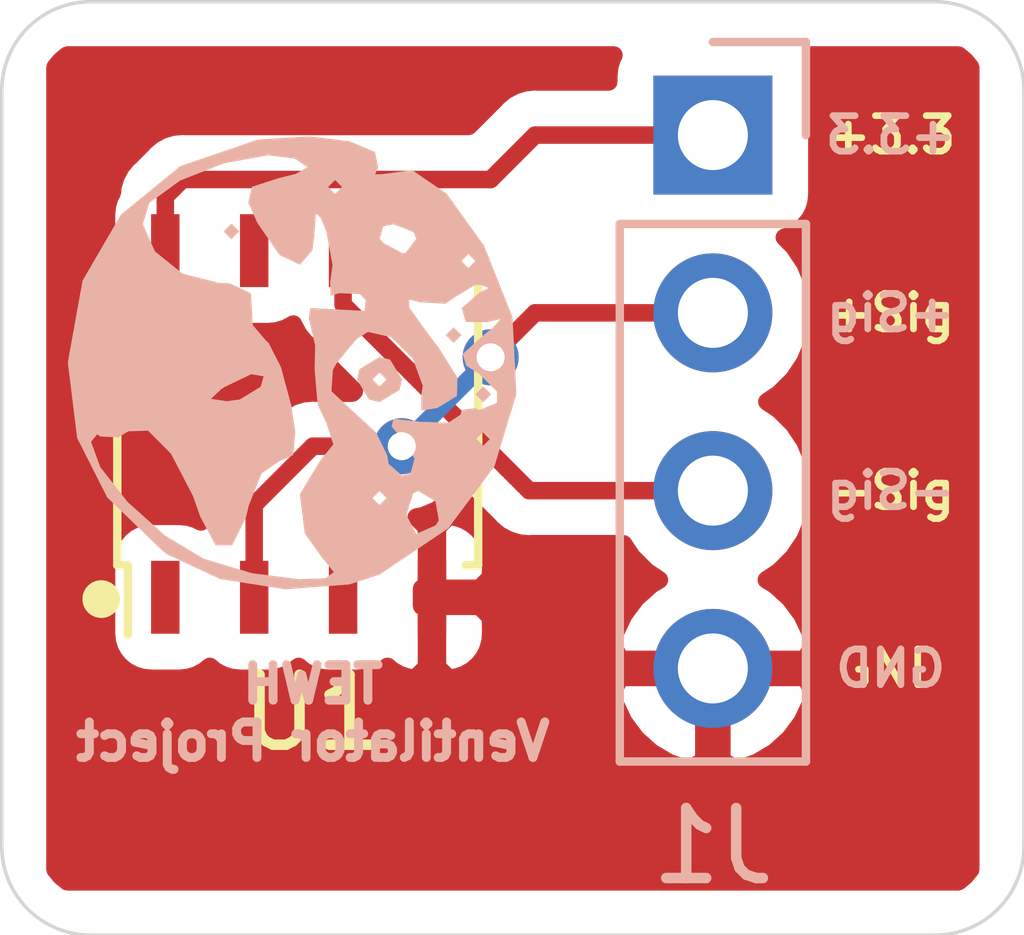
<source format=kicad_pcb>
(kicad_pcb (version 20171130) (host pcbnew "(5.1.5)-3")

  (general
    (thickness 1.6)
    (drawings 17)
    (tracks 17)
    (zones 0)
    (modules 3)
    (nets 9)
  )

  (page A4)
  (layers
    (0 F.Cu signal)
    (31 B.Cu signal)
    (32 B.Adhes user)
    (33 F.Adhes user)
    (34 B.Paste user)
    (35 F.Paste user)
    (36 B.SilkS user)
    (37 F.SilkS user)
    (38 B.Mask user)
    (39 F.Mask user)
    (40 Dwgs.User user)
    (41 Cmts.User user)
    (42 Eco1.User user)
    (43 Eco2.User user)
    (44 Edge.Cuts user)
    (45 Margin user)
    (46 B.CrtYd user hide)
    (47 F.CrtYd user hide)
    (48 B.Fab user hide)
    (49 F.Fab user hide)
  )

  (setup
    (last_trace_width 0.25)
    (trace_clearance 0.2)
    (zone_clearance 0.508)
    (zone_45_only no)
    (trace_min 0.2)
    (via_size 0.8)
    (via_drill 0.4)
    (via_min_size 0.4)
    (via_min_drill 0.3)
    (uvia_size 0.3)
    (uvia_drill 0.1)
    (uvias_allowed no)
    (uvia_min_size 0.2)
    (uvia_min_drill 0.1)
    (edge_width 0.05)
    (segment_width 0.2)
    (pcb_text_width 0.3)
    (pcb_text_size 1.5 1.5)
    (mod_edge_width 0.12)
    (mod_text_size 1 1)
    (mod_text_width 0.15)
    (pad_size 1.524 1.524)
    (pad_drill 0.762)
    (pad_to_mask_clearance 0.051)
    (solder_mask_min_width 0.25)
    (aux_axis_origin 0 0)
    (visible_elements 7FFFFFFF)
    (pcbplotparams
      (layerselection 0x010fc_ffffffff)
      (usegerberextensions false)
      (usegerberattributes false)
      (usegerberadvancedattributes false)
      (creategerberjobfile false)
      (excludeedgelayer true)
      (linewidth 0.100000)
      (plotframeref false)
      (viasonmask false)
      (mode 1)
      (useauxorigin false)
      (hpglpennumber 1)
      (hpglpenspeed 20)
      (hpglpendiameter 15.000000)
      (psnegative false)
      (psa4output false)
      (plotreference true)
      (plotvalue true)
      (plotinvisibletext false)
      (padsonsilk false)
      (subtractmaskfromsilk false)
      (outputformat 1)
      (mirror false)
      (drillshape 0)
      (scaleselection 1)
      (outputdirectory ""))
  )

  (net 0 "")
  (net 1 GND)
  (net 2 /-Sig)
  (net 3 /+Sig)
  (net 4 +3V3)
  (net 5 "Net-(U1-Pad3)")
  (net 6 "Net-(U1-Pad1)")
  (net 7 "Net-(U1-Pad7)")
  (net 8 "Net-(U1-Pad5)")

  (net_class Default "This is the default net class."
    (clearance 0.2)
    (trace_width 0.25)
    (via_dia 0.8)
    (via_drill 0.4)
    (uvia_dia 0.3)
    (uvia_drill 0.1)
    (add_net +3V3)
    (add_net /+Sig)
    (add_net /-Sig)
    (add_net GND)
    (add_net "Net-(U1-Pad1)")
    (add_net "Net-(U1-Pad3)")
    (add_net "Net-(U1-Pad5)")
    (add_net "Net-(U1-Pad7)")
  )

  (module Footprints:TEWH_small (layer B.Cu) (tedit 0) (tstamp 5EF3F552)
    (at 155.575 91.44 180)
    (fp_text reference G*** (at 0 0) (layer B.SilkS) hide
      (effects (font (size 1.524 1.524) (thickness 0.3)) (justify mirror))
    )
    (fp_text value LOGO (at 0.75 0) (layer B.SilkS) hide
      (effects (font (size 1.524 1.524) (thickness 0.3)) (justify mirror))
    )
    (fp_poly (pts (xy -1.905 0.3175) (xy -2.010834 0.211667) (xy -2.116667 0.3175) (xy -2.010834 0.423334)
      (xy -1.905 0.3175)) (layer B.SilkS) (width 0.01))
    (fp_poly (pts (xy -0.671879 -0.169432) (xy -0.635 -0.3175) (xy -0.804433 -0.598121) (xy -0.9525 -0.635)
      (xy -1.233122 -0.465567) (xy -1.27 -0.3175) (xy -1.058334 -0.3175) (xy -0.9525 -0.423333)
      (xy -0.846667 -0.3175) (xy -0.9525 -0.211666) (xy -1.058334 -0.3175) (xy -1.27 -0.3175)
      (xy -1.100568 -0.036878) (xy -0.9525 0) (xy -0.671879 -0.169432)) (layer B.SilkS) (width 0.01))
    (fp_poly (pts (xy -2.328334 -0.529166) (xy -2.434167 -0.635) (xy -2.54 -0.529166) (xy -2.434167 -0.423333)
      (xy -2.328334 -0.529166)) (layer B.SilkS) (width 0.01))
    (fp_poly (pts (xy 1.27 1.799167) (xy 1.164166 1.693334) (xy 1.058333 1.799167) (xy 1.164166 1.905)
      (xy 1.27 1.799167)) (layer B.SilkS) (width 0.01))
    (fp_poly (pts (xy 0.743576 3.109297) (xy 0.800277 3.100523) (xy 1.890337 2.728522) (xy 2.735339 2.040027)
      (xy 3.285765 1.094014) (xy 3.492099 -0.050546) (xy 3.4925 -0.105833) (xy 3.362809 -1.151631)
      (xy 2.934206 -1.998544) (xy 2.147393 -2.759882) (xy 2.074851 -2.814779) (xy 1.326073 -3.162198)
      (xy 0.393704 -3.310103) (xy -0.523059 -3.239764) (xy -0.9525 -3.099401) (xy -1.931503 -2.43906)
      (xy -2.012237 -2.330725) (xy -1.805124 -2.330725) (xy -1.758135 -2.404643) (xy -1.475262 -2.529352)
      (xy -1.342181 -2.274279) (xy -1.340556 -2.2225) (xy -1.407233 -2.010833) (xy -1.058334 -2.010833)
      (xy -0.9525 -2.116666) (xy -0.846667 -2.010833) (xy -0.9525 -1.905) (xy -1.058334 -2.010833)
      (xy -1.407233 -2.010833) (xy -1.429396 -1.940477) (xy -1.504453 -1.905) (xy -1.75536 -2.053616)
      (xy -1.805124 -2.330725) (xy -2.012237 -2.330725) (xy -2.589772 -1.555753) (xy -2.708913 -1.164166)
      (xy -2.54 -1.164166) (xy -2.434167 -1.27) (xy -2.328334 -1.164166) (xy -2.434167 -1.058333)
      (xy -2.54 -1.164166) (xy -2.708913 -1.164166) (xy -2.903078 -0.525994) (xy -2.848102 0.555765)
      (xy -2.69755 0.555765) (xy -2.57211 0.416079) (xy -2.434167 0.305795) (xy -2.148241 0.04703)
      (xy -2.194539 -0.116708) (xy -2.385702 -0.2369) (xy -2.63666 -0.490994) (xy -2.63566 -0.651461)
      (xy -2.381115 -0.759579) (xy -2.313708 -0.731794) (xy -2.129057 -0.754654) (xy -2.116667 -0.820158)
      (xy -1.938917 -0.939068) (xy -1.534584 -0.925821) (xy -1.155242 -0.885613) (xy -1.129501 -0.989199)
      (xy -1.217084 -1.088004) (xy -1.458725 -1.445512) (xy -1.398787 -1.665797) (xy -1.27 -1.693333)
      (xy -1.077917 -1.523832) (xy -1.058334 -1.40165) (xy -0.898284 -1.075246) (xy -0.582084 -0.786367)
      (xy -0.260218 -0.486145) (xy -0.281469 -0.178773) (xy -0.332623 -0.085231) (xy -0.619741 0.260568)
      (xy -0.784304 0.367268) (xy -1.12198 0.292817) (xy -1.433385 -0.020802) (xy -1.575635 -0.405799)
      (xy -1.55494 -0.537692) (xy -1.555435 -0.755576) (xy -1.7756 -0.720587) (xy -2.053902 -0.550358)
      (xy -2.061567 -0.292327) (xy -1.787132 0.146288) (xy -1.645814 0.329836) (xy -1.373129 0.709656)
      (xy -1.374589 0.819431) (xy -0.757667 0.819431) (xy -0.743048 0.658369) (xy -0.36773 0.677227)
      (xy -0.355365 0.679568) (xy 0.032039 0.698618) (xy 0.053041 0.551507) (xy -0.038298 0.16843)
      (xy -0.02977 -0.169956) (xy -0.072914 -0.674417) (xy -0.197661 -0.935623) (xy -0.297596 -1.244914)
      (xy -0.108444 -1.4795) (xy 0.181691 -1.956598) (xy 0.111391 -2.512163) (xy -0.120953 -2.84238)
      (xy -0.306657 -3.071206) (xy -0.18338 -3.160844) (xy 0.203346 -3.175) (xy 0.873833 -3.088976)
      (xy 1.558759 -2.883149) (xy 2.116028 -2.54896) (xy 2.649727 -2.070819) (xy 3.04152 -1.571507)
      (xy 3.175 -1.206177) (xy 3.081701 -1.093377) (xy 3.035725 -1.127052) (xy 2.77909 -1.137766)
      (xy 2.63916 -1.052795) (xy 2.352875 -1.043134) (xy 2.023653 -1.373652) (xy 1.711214 -1.973829)
      (xy 1.603744 -2.275416) (xy 1.386522 -2.681946) (xy 1.155694 -2.681096) (xy 0.960022 -2.284199)
      (xy 0.92075 -2.116666) (xy 0.735553 -1.656076) (xy 0.479151 -1.481666) (xy 0.284592 -1.393152)
      (xy 0.256023 -1.062164) (xy 0.31337 -0.688401) (xy 0.426975 -0.267429) (xy 0.697088 -0.267429)
      (xy 0.740833 -0.423333) (xy 1.042904 -0.607505) (xy 1.229575 -0.631758) (xy 1.466456 -0.597504)
      (xy 1.312594 -0.451176) (xy 1.27 -0.423333) (xy 0.882188 -0.236353) (xy 0.697088 -0.267429)
      (xy 0.426975 -0.267429) (xy 0.461216 -0.140548) (xy 0.637222 0.204145) (xy 0.672505 0.234847)
      (xy 0.860731 0.454445) (xy 0.864745 0.499916) (xy 0.890123 0.9121) (xy 1.187864 1.052336)
      (xy 1.343027 1.058334) (xy 1.863706 1.190197) (xy 2.260367 1.510232) (xy 2.434646 1.905112)
      (xy 2.340614 2.207703) (xy 1.900714 2.528983) (xy 1.27081 2.77602) (xy 0.641495 2.890684)
      (xy 0.255853 2.843545) (xy 0.067653 2.716604) (xy 0.243033 2.614991) (xy 0.470915 2.559666)
      (xy 0.866157 2.433052) (xy 0.916468 2.210883) (xy 0.788415 1.921716) (xy 0.469832 1.462124)
      (xy 0.186008 1.327363) (xy 0.009657 1.534911) (xy -0.014878 1.728612) (xy -0.03939 2.063954)
      (xy -0.115608 1.996524) (xy -0.197253 1.799167) (xy -0.286319 1.318471) (xy -0.252239 1.076528)
      (xy -0.256338 0.883634) (xy -0.372738 0.92123) (xy -0.672537 0.909028) (xy -0.757667 0.819431)
      (xy -1.374589 0.819431) (xy -1.374748 0.831383) (xy -1.533202 0.790959) (xy -1.894386 0.769325)
      (xy -2.016547 0.855911) (xy -2.31705 1.038014) (xy -2.393742 1.041623) (xy -2.519637 0.99055)
      (xy -2.38125 0.918151) (xy -2.13213 0.703077) (xy -2.186705 0.509568) (xy -2.487084 0.507041)
      (xy -2.69755 0.555765) (xy -2.848102 0.555765) (xy -2.84719 0.573705) (xy -2.52784 1.375834)
      (xy -2.328334 1.375834) (xy -2.2225 1.27) (xy -2.116667 1.375834) (xy -2.2225 1.481667)
      (xy -2.328334 1.375834) (xy -2.52784 1.375834) (xy -2.439778 1.597022) (xy -2.370288 1.693334)
      (xy -1.481667 1.693334) (xy -1.329748 1.487726) (xy -1.282492 1.481667) (xy -0.995825 1.635527)
      (xy -0.9525 1.693334) (xy -1.000485 1.874542) (xy -1.151675 1.905) (xy -1.441281 1.794489)
      (xy -1.481667 1.693334) (xy -2.370288 1.693334) (xy -1.908793 2.332952) (xy -1.761083 2.434167)
      (xy -0.423334 2.434167) (xy -0.3175 2.328334) (xy -0.211667 2.434167) (xy -0.3175 2.54)
      (xy -0.423334 2.434167) (xy -1.761083 2.434167) (xy -1.417807 2.669389) (xy -1.006528 2.613816)
      (xy -0.881841 2.608723) (xy -0.928453 2.712757) (xy -0.883716 2.929647) (xy -0.521088 3.08352)
      (xy 0.055866 3.151147) (xy 0.743576 3.109297)) (layer B.SilkS) (width 0.01))
  )

  (module Sij_Sensors:SM5420E (layer F.Cu) (tedit 5EF2ECCE) (tstamp 5EF3004A)
    (at 160.02 92.075 90)
    (path /5EFB1A9D)
    (fp_text reference U1 (at -4.445 -4.445 180) (layer F.SilkS)
      (effects (font (size 1 1) (thickness 0.15)))
    )
    (fp_text value SM5420E (at 0 -0.5 90) (layer F.Fab)
      (effects (font (size 1 1) (thickness 0.15)))
    )
    (fp_line (start 1.778 -2.0828) (end 1.778 -2.2606) (layer F.SilkS) (width 0.12))
    (fp_line (start -2.3368 -2.0828) (end 1.778 -2.0828) (layer F.SilkS) (width 0.12))
    (fp_line (start -2.3368 -2.2606) (end -2.3368 -2.0828) (layer F.SilkS) (width 0.12))
    (fp_line (start 1.778 -7.239) (end 1.778 -7.0866) (layer F.SilkS) (width 0.12))
    (fp_line (start -2.3368 -7.239) (end 1.778 -7.239) (layer F.SilkS) (width 0.12))
    (fp_line (start -2.3368 -7.0866) (end -2.3368 -7.239) (layer F.SilkS) (width 0.12))
    (fp_line (start -3.3274 -7.0866) (end -2.3368 -7.0866) (layer F.SilkS) (width 0.12))
    (fp_line (start 3.048 -7.874) (end 3.048 -1.524) (layer F.CrtYd) (width 0.12))
    (fp_line (start -3.683 -7.874) (end 3.048 -7.874) (layer F.CrtYd) (width 0.12))
    (fp_line (start -2.2352 -7.112) (end 1.651 -7.112) (layer F.Fab) (width 0.12))
    (fp_line (start -2.2352 -2.1844) (end -2.2352 -7.112) (layer F.Fab) (width 0.12))
    (fp_line (start 1.6764 -2.1844) (end -2.2352 -2.1844) (layer F.Fab) (width 0.12))
    (fp_line (start 1.6764 -2.1844) (end 1.6764 -2.2098) (layer F.Fab) (width 0.12))
    (fp_line (start 1.6764 -7.112) (end 1.6764 -2.1844) (layer F.Fab) (width 0.12))
    (fp_poly (pts (xy -2.6416 -7.4676) (xy -2.6924 -7.3279) (xy -2.8194 -7.5565)) (layer F.SilkS) (width 0.1))
    (fp_poly (pts (xy -2.6416 -7.5819) (xy -2.8321 -7.2771) (xy -2.9083 -7.3152) (xy -2.9845 -7.6073)) (layer F.SilkS) (width 0.1))
    (fp_circle (center -2.8194 -7.4676) (end -2.6162 -7.4168) (layer F.SilkS) (width 0.12))
    (fp_line (start -3.683 -7.874) (end -3.683 -1.524) (layer F.CrtYd) (width 0.12))
    (fp_line (start -3.683 -1.524) (end 3.048 -1.524) (layer F.CrtYd) (width 0.12))
    (pad 5 smd rect (at 2.159 -2.7432 90) (size 1.0414 0.4064) (layers F.Cu F.Paste F.Mask)
      (net 8 "Net-(U1-Pad5)"))
    (pad 6 smd rect (at 2.159 -4.0132 90) (size 1.0414 0.4064) (layers F.Cu F.Paste F.Mask)
      (net 2 /-Sig))
    (pad 7 smd rect (at 2.159 -5.2832 90) (size 1.0414 0.4064) (layers F.Cu F.Paste F.Mask)
      (net 7 "Net-(U1-Pad7)"))
    (pad 8 smd rect (at 2.159 -6.5532 90) (size 1.0414 0.4064) (layers F.Cu F.Paste F.Mask)
      (net 4 +3V3))
    (pad 1 smd rect (at -2.794 -6.5532 90) (size 1.0414 0.4064) (layers F.Cu F.Paste F.Mask)
      (net 6 "Net-(U1-Pad1)"))
    (pad 2 smd rect (at -2.794 -5.2832 90) (size 1.0414 0.4064) (layers F.Cu F.Paste F.Mask)
      (net 3 /+Sig))
    (pad 3 smd rect (at -2.794 -4.0132 90) (size 1.0414 0.4064) (layers F.Cu F.Paste F.Mask)
      (net 5 "Net-(U1-Pad3)"))
    (pad 4 smd rect (at -2.794 -2.7432 90) (size 1.0414 0.4064) (layers F.Cu F.Paste F.Mask)
      (net 1 GND))
  )

  (module Connector_PinHeader_2.54mm:PinHeader_1x04_P2.54mm_Vertical (layer B.Cu) (tedit 59FED5CC) (tstamp 5EF2FD42)
    (at 161.29 88.265 180)
    (descr "Through hole straight pin header, 1x04, 2.54mm pitch, single row")
    (tags "Through hole pin header THT 1x04 2.54mm single row")
    (path /5EFB2106)
    (fp_text reference J1 (at 0 -10.16) (layer B.SilkS)
      (effects (font (size 1 1) (thickness 0.15)) (justify mirror))
    )
    (fp_text value Conn_01x04 (at 0 -9.95) (layer B.Fab)
      (effects (font (size 1 1) (thickness 0.15)) (justify mirror))
    )
    (fp_text user %R (at 0 -3.81 270) (layer B.Fab)
      (effects (font (size 1 1) (thickness 0.15)) (justify mirror))
    )
    (fp_line (start 1.8 1.8) (end -1.8 1.8) (layer B.CrtYd) (width 0.05))
    (fp_line (start 1.8 -9.4) (end 1.8 1.8) (layer B.CrtYd) (width 0.05))
    (fp_line (start -1.8 -9.4) (end 1.8 -9.4) (layer B.CrtYd) (width 0.05))
    (fp_line (start -1.8 1.8) (end -1.8 -9.4) (layer B.CrtYd) (width 0.05))
    (fp_line (start -1.33 1.33) (end 0 1.33) (layer B.SilkS) (width 0.12))
    (fp_line (start -1.33 0) (end -1.33 1.33) (layer B.SilkS) (width 0.12))
    (fp_line (start -1.33 -1.27) (end 1.33 -1.27) (layer B.SilkS) (width 0.12))
    (fp_line (start 1.33 -1.27) (end 1.33 -8.95) (layer B.SilkS) (width 0.12))
    (fp_line (start -1.33 -1.27) (end -1.33 -8.95) (layer B.SilkS) (width 0.12))
    (fp_line (start -1.33 -8.95) (end 1.33 -8.95) (layer B.SilkS) (width 0.12))
    (fp_line (start -1.27 0.635) (end -0.635 1.27) (layer B.Fab) (width 0.1))
    (fp_line (start -1.27 -8.89) (end -1.27 0.635) (layer B.Fab) (width 0.1))
    (fp_line (start 1.27 -8.89) (end -1.27 -8.89) (layer B.Fab) (width 0.1))
    (fp_line (start 1.27 1.27) (end 1.27 -8.89) (layer B.Fab) (width 0.1))
    (fp_line (start -0.635 1.27) (end 1.27 1.27) (layer B.Fab) (width 0.1))
    (pad 4 thru_hole oval (at 0 -7.62 180) (size 1.7 1.7) (drill 1) (layers *.Cu *.Mask)
      (net 1 GND))
    (pad 3 thru_hole oval (at 0 -5.08 180) (size 1.7 1.7) (drill 1) (layers *.Cu *.Mask)
      (net 2 /-Sig))
    (pad 2 thru_hole oval (at 0 -2.54 180) (size 1.7 1.7) (drill 1) (layers *.Cu *.Mask)
      (net 3 /+Sig))
    (pad 1 thru_hole rect (at 0 0 180) (size 1.7 1.7) (drill 1) (layers *.Cu *.Mask)
      (net 4 +3V3))
    (model ${KISYS3DMOD}/Connector_PinHeader_2.54mm.3dshapes/PinHeader_1x04_P2.54mm_Vertical.wrl
      (at (xyz 0 0 0))
      (scale (xyz 1 1 1))
      (rotate (xyz 0 0 0))
    )
  )

  (gr_text "TEWH\nVentilator Project" (at 155.575 96.52) (layer B.SilkS)
    (effects (font (size 0.508 0.508) (thickness 0.127)) (justify mirror))
  )
  (gr_arc (start 152.4 98.425) (end 151.13 98.425) (angle -90) (layer Edge.Cuts) (width 0.05))
  (gr_arc (start 164.465 98.425) (end 164.465 99.695) (angle -90) (layer Edge.Cuts) (width 0.05))
  (gr_arc (start 164.465 87.63) (end 165.735 87.63) (angle -90) (layer Edge.Cuts) (width 0.05))
  (gr_arc (start 152.4 87.63) (end 152.4 86.36) (angle -90) (layer Edge.Cuts) (width 0.05))
  (gr_line (start 151.13 98.425) (end 151.13 87.63) (layer Edge.Cuts) (width 0.05) (tstamp 5EF39691))
  (gr_line (start 164.465 99.695) (end 152.4 99.695) (layer Edge.Cuts) (width 0.05))
  (gr_line (start 165.735 87.63) (end 165.735 98.425) (layer Edge.Cuts) (width 0.05))
  (gr_line (start 152.4 86.36) (end 164.465 86.36) (layer Edge.Cuts) (width 0.05))
  (gr_text GND (at 163.83 95.885) (layer B.SilkS) (tstamp 5EF39674)
    (effects (font (size 0.508 0.508) (thickness 0.09525)) (justify mirror))
  )
  (gr_text GND (at 163.83 95.885) (layer F.SilkS) (tstamp 5EF3966C)
    (effects (font (size 0.508 0.508) (thickness 0.09525)))
  )
  (gr_text -Sig (at 163.83 93.345) (layer B.SilkS) (tstamp 5EF3966C)
    (effects (font (size 0.508 0.508) (thickness 0.09525)) (justify mirror))
  )
  (gr_text -Sig (at 163.83 93.345) (layer F.SilkS) (tstamp 5EF39667)
    (effects (font (size 0.508 0.508) (thickness 0.09525)))
  )
  (gr_text +Sig (at 163.83 90.805) (layer B.SilkS) (tstamp 5EF39667)
    (effects (font (size 0.508 0.508) (thickness 0.09525)) (justify mirror))
  )
  (gr_text +Sig (at 163.83 90.805) (layer F.SilkS) (tstamp 5EF3965B)
    (effects (font (size 0.508 0.508) (thickness 0.09525)))
  )
  (gr_text +3.3 (at 163.83 88.265) (layer B.SilkS) (tstamp 5EF3965B)
    (effects (font (size 0.508 0.508) (thickness 0.09525)) (justify mirror))
  )
  (gr_text +3.3 (at 163.83 88.265) (layer F.SilkS)
    (effects (font (size 0.508 0.508) (thickness 0.09525)))
  )

  (segment (start 158.6651 93.345) (end 160.087919 93.345) (width 0.25) (layer F.Cu) (net 2))
  (segment (start 156.0068 90.6867) (end 158.6651 93.345) (width 0.25) (layer F.Cu) (net 2))
  (segment (start 160.087919 93.345) (end 161.29 93.345) (width 0.25) (layer F.Cu) (net 2))
  (segment (start 156.0068 89.916) (end 156.0068 90.6867) (width 0.25) (layer F.Cu) (net 2))
  (via (at 158.115 91.44) (size 0.8) (drill 0.4) (layers F.Cu B.Cu) (net 3))
  (segment (start 161.29 90.805) (end 158.75 90.805) (width 0.25) (layer F.Cu) (net 3))
  (segment (start 158.75 90.805) (end 158.115 91.44) (width 0.25) (layer F.Cu) (net 3))
  (via (at 156.845 92.71) (size 0.8) (drill 0.4) (layers F.Cu B.Cu) (net 3))
  (segment (start 158.115 91.44) (end 156.845 92.71) (width 0.25) (layer B.Cu) (net 3))
  (segment (start 154.7368 93.5482) (end 154.7368 94.869) (width 0.25) (layer F.Cu) (net 3))
  (segment (start 156.845 92.71) (end 155.575 92.71) (width 0.25) (layer F.Cu) (net 3))
  (segment (start 155.575 92.71) (end 154.7368 93.5482) (width 0.25) (layer F.Cu) (net 3))
  (segment (start 153.4668 89.1453) (end 153.7121 88.9) (width 0.25) (layer F.Cu) (net 4))
  (segment (start 153.4668 89.916) (end 153.4668 89.1453) (width 0.25) (layer F.Cu) (net 4))
  (segment (start 153.7121 88.9) (end 158.115 88.9) (width 0.25) (layer F.Cu) (net 4))
  (segment (start 158.75 88.265) (end 161.29 88.265) (width 0.25) (layer F.Cu) (net 4))
  (segment (start 158.115 88.9) (end 158.75 88.265) (width 0.25) (layer F.Cu) (net 4))

  (zone (net 1) (net_name GND) (layer F.Cu) (tstamp 5EF3F58C) (hatch edge 0.508)
    (connect_pads (clearance 0.508))
    (min_thickness 0.254)
    (fill yes (arc_segments 32) (thermal_gap 0.508) (thermal_bridge_width 0.508))
    (polygon
      (pts
        (xy 165.1 99.06) (xy 151.765 99.06) (xy 151.765 86.995) (xy 165.1 86.995)
      )
    )
    (filled_polygon
      (pts
        (xy 159.850498 87.17082) (xy 159.814188 87.290518) (xy 159.801928 87.415) (xy 159.801928 87.505) (xy 158.787333 87.505)
        (xy 158.75 87.501323) (xy 158.712667 87.505) (xy 158.601014 87.515997) (xy 158.457753 87.559454) (xy 158.325724 87.630026)
        (xy 158.209999 87.724999) (xy 158.1862 87.753998) (xy 157.800199 88.14) (xy 153.749433 88.14) (xy 153.7121 88.136323)
        (xy 153.674767 88.14) (xy 153.563114 88.150997) (xy 153.419853 88.194454) (xy 153.287824 88.265026) (xy 153.172099 88.359999)
        (xy 153.148296 88.389003) (xy 152.955798 88.581501) (xy 152.9268 88.605299) (xy 152.903002 88.634297) (xy 152.903001 88.634298)
        (xy 152.831826 88.721024) (xy 152.761254 88.853054) (xy 152.747022 88.899974) (xy 152.717797 88.996314) (xy 152.708977 89.085868)
        (xy 152.674098 89.15112) (xy 152.637788 89.270818) (xy 152.625528 89.3953) (xy 152.625528 90.4367) (xy 152.637788 90.561182)
        (xy 152.674098 90.68088) (xy 152.733063 90.791194) (xy 152.812415 90.887885) (xy 152.909106 90.967237) (xy 153.01942 91.026202)
        (xy 153.139118 91.062512) (xy 153.2636 91.074772) (xy 153.67 91.074772) (xy 153.794482 91.062512) (xy 153.91418 91.026202)
        (xy 154.024494 90.967237) (xy 154.1018 90.903794) (xy 154.179106 90.967237) (xy 154.28942 91.026202) (xy 154.409118 91.062512)
        (xy 154.5336 91.074772) (xy 154.94 91.074772) (xy 155.064482 91.062512) (xy 155.18418 91.026202) (xy 155.294494 90.967237)
        (xy 155.297063 90.965129) (xy 155.301254 90.978946) (xy 155.371826 91.110976) (xy 155.443001 91.197702) (xy 155.4668 91.226701)
        (xy 155.495798 91.250499) (xy 156.168294 91.922995) (xy 156.141289 91.95) (xy 155.612323 91.95) (xy 155.575 91.946324)
        (xy 155.537677 91.95) (xy 155.537667 91.95) (xy 155.426014 91.960997) (xy 155.282753 92.004454) (xy 155.150724 92.075026)
        (xy 155.034999 92.169999) (xy 155.011201 92.198997) (xy 154.225802 92.984397) (xy 154.196799 93.008199) (xy 154.160235 93.052753)
        (xy 154.101826 93.123924) (xy 154.049936 93.221003) (xy 154.031254 93.255954) (xy 153.987797 93.399215) (xy 153.9768 93.510868)
        (xy 153.9768 93.510878) (xy 153.973124 93.5482) (xy 153.9768 93.585523) (xy 153.9768 93.79227) (xy 153.91418 93.758798)
        (xy 153.794482 93.722488) (xy 153.67 93.710228) (xy 153.2636 93.710228) (xy 153.139118 93.722488) (xy 153.01942 93.758798)
        (xy 152.909106 93.817763) (xy 152.812415 93.897115) (xy 152.733063 93.993806) (xy 152.674098 94.10412) (xy 152.637788 94.223818)
        (xy 152.625528 94.3483) (xy 152.625528 95.3897) (xy 152.637788 95.514182) (xy 152.674098 95.63388) (xy 152.733063 95.744194)
        (xy 152.812415 95.840885) (xy 152.909106 95.920237) (xy 153.01942 95.979202) (xy 153.139118 96.015512) (xy 153.2636 96.027772)
        (xy 153.67 96.027772) (xy 153.794482 96.015512) (xy 153.91418 95.979202) (xy 154.024494 95.920237) (xy 154.1018 95.856794)
        (xy 154.179106 95.920237) (xy 154.28942 95.979202) (xy 154.409118 96.015512) (xy 154.5336 96.027772) (xy 154.94 96.027772)
        (xy 155.064482 96.015512) (xy 155.18418 95.979202) (xy 155.294494 95.920237) (xy 155.3718 95.856794) (xy 155.449106 95.920237)
        (xy 155.55942 95.979202) (xy 155.679118 96.015512) (xy 155.8036 96.027772) (xy 156.21 96.027772) (xy 156.334482 96.015512)
        (xy 156.45418 95.979202) (xy 156.564494 95.920237) (xy 156.642267 95.85641) (xy 156.709123 95.91343) (xy 156.818301 95.974472)
        (xy 156.93729 96.013042) (xy 157.04185 96.0247) (xy 157.2006 95.86595) (xy 157.2006 94.996) (xy 157.353 94.996)
        (xy 157.353 95.86595) (xy 157.51175 96.0247) (xy 157.61631 96.013042) (xy 157.735299 95.974472) (xy 157.844477 95.91343)
        (xy 157.939648 95.832261) (xy 158.017155 95.734084) (xy 158.07402 95.622673) (xy 158.108057 95.502309) (xy 158.117958 95.377617)
        (xy 158.115 95.15475) (xy 157.95625 94.996) (xy 157.353 94.996) (xy 157.2006 94.996) (xy 157.1298 94.996)
        (xy 157.1298 94.742) (xy 157.2006 94.742) (xy 157.2006 93.87205) (xy 157.353 93.87205) (xy 157.353 94.742)
        (xy 157.95625 94.742) (xy 158.115 94.58325) (xy 158.117958 94.360383) (xy 158.108057 94.235691) (xy 158.07402 94.115327)
        (xy 158.017155 94.003916) (xy 157.939648 93.905739) (xy 157.844477 93.82457) (xy 157.735299 93.763528) (xy 157.61631 93.724958)
        (xy 157.51175 93.7133) (xy 157.353 93.87205) (xy 157.2006 93.87205) (xy 157.052544 93.723994) (xy 157.146898 93.705226)
        (xy 157.335256 93.627205) (xy 157.504774 93.513937) (xy 157.632005 93.386706) (xy 158.101301 93.856003) (xy 158.125099 93.885001)
        (xy 158.154097 93.908799) (xy 158.240823 93.979974) (xy 158.368859 94.048411) (xy 158.372853 94.050546) (xy 158.516114 94.094003)
        (xy 158.627767 94.105) (xy 158.627777 94.105) (xy 158.6651 94.108676) (xy 158.702423 94.105) (xy 160.011822 94.105)
        (xy 160.136525 94.291632) (xy 160.343368 94.498475) (xy 160.525534 94.620195) (xy 160.408645 94.689822) (xy 160.192412 94.884731)
        (xy 160.018359 95.11808) (xy 159.893175 95.380901) (xy 159.848524 95.52811) (xy 159.969845 95.758) (xy 161.163 95.758)
        (xy 161.163 95.738) (xy 161.417 95.738) (xy 161.417 95.758) (xy 162.610155 95.758) (xy 162.731476 95.52811)
        (xy 162.686825 95.380901) (xy 162.561641 95.11808) (xy 162.387588 94.884731) (xy 162.171355 94.689822) (xy 162.054466 94.620195)
        (xy 162.236632 94.498475) (xy 162.443475 94.291632) (xy 162.60599 94.048411) (xy 162.717932 93.778158) (xy 162.775 93.49126)
        (xy 162.775 93.19874) (xy 162.717932 92.911842) (xy 162.60599 92.641589) (xy 162.443475 92.398368) (xy 162.236632 92.191525)
        (xy 162.06224 92.075) (xy 162.236632 91.958475) (xy 162.443475 91.751632) (xy 162.60599 91.508411) (xy 162.717932 91.238158)
        (xy 162.775 90.95126) (xy 162.775 90.65874) (xy 162.717932 90.371842) (xy 162.60599 90.101589) (xy 162.443475 89.858368)
        (xy 162.31162 89.726513) (xy 162.38418 89.704502) (xy 162.494494 89.645537) (xy 162.591185 89.566185) (xy 162.670537 89.469494)
        (xy 162.729502 89.35918) (xy 162.765812 89.239482) (xy 162.778072 89.115) (xy 162.778072 87.415) (xy 162.765812 87.290518)
        (xy 162.729502 87.17082) (xy 162.703407 87.122) (xy 164.796014 87.122) (xy 164.800819 87.124555) (xy 164.892596 87.199407)
        (xy 164.968091 87.290664) (xy 164.973 87.299743) (xy 164.973 98.756014) (xy 164.970446 98.760817) (xy 164.895594 98.852595)
        (xy 164.804335 98.928091) (xy 164.795256 98.933) (xy 152.068986 98.933) (xy 152.064183 98.930446) (xy 151.972405 98.855594)
        (xy 151.896909 98.764335) (xy 151.892 98.755256) (xy 151.892 96.24189) (xy 159.848524 96.24189) (xy 159.893175 96.389099)
        (xy 160.018359 96.65192) (xy 160.192412 96.885269) (xy 160.408645 97.080178) (xy 160.658748 97.229157) (xy 160.933109 97.326481)
        (xy 161.163 97.205814) (xy 161.163 96.012) (xy 161.417 96.012) (xy 161.417 97.205814) (xy 161.646891 97.326481)
        (xy 161.921252 97.229157) (xy 162.171355 97.080178) (xy 162.387588 96.885269) (xy 162.561641 96.65192) (xy 162.686825 96.389099)
        (xy 162.731476 96.24189) (xy 162.610155 96.012) (xy 161.417 96.012) (xy 161.163 96.012) (xy 159.969845 96.012)
        (xy 159.848524 96.24189) (xy 151.892 96.24189) (xy 151.892 87.298986) (xy 151.894555 87.294181) (xy 151.969407 87.202404)
        (xy 152.060664 87.126909) (xy 152.069743 87.122) (xy 159.876593 87.122)
      )
    )
  )
)

</source>
